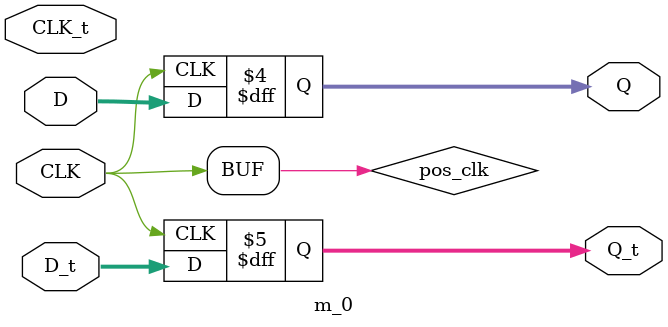
<source format=v>
module m_0 (CLK, CLK_t, D, D_t, Q, Q_t);

parameter WIDTH = 2;
parameter CLK_POLARITY = 1'b1;

input CLK;
input [WIDTH-1:0] D;
input [31:0] CLK_t;
input [31:0] D_t;
output reg [WIDTH-1:0] Q;
output reg [31:0] Q_t;
wire pos_clk = CLK == CLK_POLARITY;

initial begin
    Q_t = 0;
end

always @(posedge pos_clk) begin
	Q <= D;
	Q_t <= D_t;
end

endmodule

</source>
